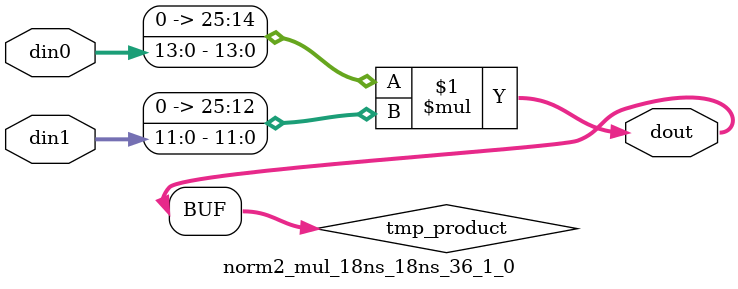
<source format=v>

`timescale 1 ns / 1 ps

 module norm2_mul_18ns_18ns_36_1_0(din0, din1, dout);
parameter ID = 1;
parameter NUM_STAGE = 0;
parameter din0_WIDTH = 14;
parameter din1_WIDTH = 12;
parameter dout_WIDTH = 26;

input [din0_WIDTH - 1 : 0] din0; 
input [din1_WIDTH - 1 : 0] din1; 
output [dout_WIDTH - 1 : 0] dout;

wire signed [dout_WIDTH - 1 : 0] tmp_product;
























assign tmp_product = $signed({1'b0, din0}) * $signed({1'b0, din1});











assign dout = tmp_product;





















endmodule

</source>
